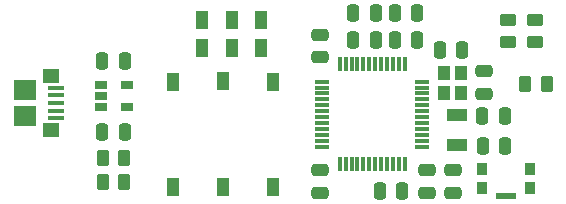
<source format=gbr>
%TF.GenerationSoftware,KiCad,Pcbnew,(6.0.6)*%
%TF.CreationDate,2022-07-30T22:38:46-07:00*%
%TF.ProjectId,ManySegDisplayController,4d616e79-5365-4674-9469-73706c617943,rev?*%
%TF.SameCoordinates,Original*%
%TF.FileFunction,Paste,Top*%
%TF.FilePolarity,Positive*%
%FSLAX46Y46*%
G04 Gerber Fmt 4.6, Leading zero omitted, Abs format (unit mm)*
G04 Created by KiCad (PCBNEW (6.0.6)) date 2022-07-30 22:38:46*
%MOMM*%
%LPD*%
G01*
G04 APERTURE LIST*
G04 Aperture macros list*
%AMRoundRect*
0 Rectangle with rounded corners*
0 $1 Rounding radius*
0 $2 $3 $4 $5 $6 $7 $8 $9 X,Y pos of 4 corners*
0 Add a 4 corners polygon primitive as box body*
4,1,4,$2,$3,$4,$5,$6,$7,$8,$9,$2,$3,0*
0 Add four circle primitives for the rounded corners*
1,1,$1+$1,$2,$3*
1,1,$1+$1,$4,$5*
1,1,$1+$1,$6,$7*
1,1,$1+$1,$8,$9*
0 Add four rect primitives between the rounded corners*
20,1,$1+$1,$2,$3,$4,$5,0*
20,1,$1+$1,$4,$5,$6,$7,0*
20,1,$1+$1,$6,$7,$8,$9,0*
20,1,$1+$1,$8,$9,$2,$3,0*%
G04 Aperture macros list end*
%ADD10RoundRect,0.250000X-0.250000X-0.475000X0.250000X-0.475000X0.250000X0.475000X-0.250000X0.475000X0*%
%ADD11R,1.400000X0.400000*%
%ADD12R,1.900000X1.750000*%
%ADD13R,1.450000X1.150000*%
%ADD14R,1.000000X1.600000*%
%ADD15R,1.100000X1.500000*%
%ADD16R,1.060000X0.650000*%
%ADD17RoundRect,0.250000X-0.262500X-0.450000X0.262500X-0.450000X0.262500X0.450000X-0.262500X0.450000X0*%
%ADD18R,0.900000X1.000000*%
%ADD19R,1.700000X0.550000*%
%ADD20RoundRect,0.250000X0.475000X-0.250000X0.475000X0.250000X-0.475000X0.250000X-0.475000X-0.250000X0*%
%ADD21RoundRect,0.250000X-0.475000X0.250000X-0.475000X-0.250000X0.475000X-0.250000X0.475000X0.250000X0*%
%ADD22RoundRect,0.250000X0.250000X0.475000X-0.250000X0.475000X-0.250000X-0.475000X0.250000X-0.475000X0*%
%ADD23R,1.193800X0.304800*%
%ADD24R,0.304800X1.193800*%
%ADD25R,1.000000X1.150000*%
%ADD26RoundRect,0.250000X0.450000X-0.262500X0.450000X0.262500X-0.450000X0.262500X-0.450000X-0.262500X0*%
%ADD27R,1.800000X1.000000*%
G04 APERTURE END LIST*
D10*
%TO.C,C20*%
X130800000Y-77750000D03*
X132700000Y-77750000D03*
%TD*%
%TO.C,C21*%
X130800000Y-71750000D03*
X132700000Y-71750000D03*
%TD*%
D11*
%TO.C,J10*%
X126880000Y-74040000D03*
X126880000Y-74690000D03*
X126880000Y-75340000D03*
X126880000Y-75990000D03*
X126880000Y-76640000D03*
D12*
X124230000Y-74215000D03*
D13*
X126460000Y-77660000D03*
X126460000Y-73020000D03*
D12*
X124230000Y-76465000D03*
%TD*%
D14*
%TO.C,SW2*%
X144250000Y-68300000D03*
X141750000Y-68300000D03*
X139250000Y-68300000D03*
X144250000Y-70700000D03*
X141750000Y-70700000D03*
X139250000Y-70700000D03*
%TD*%
D15*
%TO.C,SW10*%
X145250000Y-73550000D03*
X145250000Y-82450000D03*
%TD*%
%TO.C,SW11*%
X140990000Y-73510000D03*
X140990000Y-82410000D03*
%TD*%
%TO.C,SW12*%
X136750000Y-73540000D03*
X136750000Y-82440000D03*
%TD*%
D16*
%TO.C,U10*%
X130650000Y-73800000D03*
X130650000Y-74750000D03*
X130650000Y-75700000D03*
X132850000Y-75700000D03*
X132850000Y-73800000D03*
%TD*%
D17*
%TO.C,R1*%
X130837500Y-80000000D03*
X132662500Y-80000000D03*
%TD*%
%TO.C,R2*%
X130837500Y-82000000D03*
X132662500Y-82000000D03*
%TD*%
D18*
%TO.C,SW1*%
X162950000Y-82550000D03*
X167050000Y-82550000D03*
X167050000Y-80950000D03*
X162950000Y-80950000D03*
D19*
X165000000Y-83175000D03*
%TD*%
D10*
%TO.C,C1*%
X162990000Y-78950000D03*
X164890000Y-78950000D03*
%TD*%
D20*
%TO.C,C4*%
X163100000Y-74560000D03*
X163100000Y-72660000D03*
%TD*%
%TO.C,C13*%
X149250000Y-82950000D03*
X149250000Y-81050000D03*
%TD*%
D21*
%TO.C,C11*%
X158250000Y-81050000D03*
X158250000Y-82950000D03*
%TD*%
D20*
%TO.C,C12*%
X149250000Y-71450000D03*
X149250000Y-69550000D03*
%TD*%
D10*
%TO.C,C15*%
X152050000Y-70000000D03*
X153950000Y-70000000D03*
%TD*%
D22*
%TO.C,C16*%
X157450000Y-67750000D03*
X155550000Y-67750000D03*
%TD*%
%TO.C,C10*%
X156200000Y-82750000D03*
X154300000Y-82750000D03*
%TD*%
D10*
%TO.C,C17*%
X152050000Y-67750000D03*
X153950000Y-67750000D03*
%TD*%
D21*
%TO.C,C30*%
X160500000Y-81050000D03*
X160500000Y-82950000D03*
%TD*%
D22*
%TO.C,C2*%
X164880000Y-76410000D03*
X162980000Y-76410000D03*
%TD*%
D10*
%TO.C,C3*%
X159350000Y-70820000D03*
X161250000Y-70820000D03*
%TD*%
D22*
%TO.C,C14*%
X157450000Y-70000000D03*
X155550000Y-70000000D03*
%TD*%
D23*
%TO.C,U1*%
X157899999Y-79030000D03*
X157899999Y-78530001D03*
X157899999Y-78029999D03*
X157899999Y-77530000D03*
X157899999Y-77030001D03*
X157899999Y-76530000D03*
X157899999Y-76030000D03*
X157899999Y-75529999D03*
X157899999Y-75030000D03*
X157899999Y-74530001D03*
X157899999Y-74029999D03*
X157899999Y-73530000D03*
D24*
X156400000Y-72030001D03*
X155900001Y-72030001D03*
X155399999Y-72030001D03*
X154900000Y-72030001D03*
X154400001Y-72030001D03*
X153900000Y-72030001D03*
X153400000Y-72030001D03*
X152899999Y-72030001D03*
X152400000Y-72030001D03*
X151900001Y-72030001D03*
X151399999Y-72030001D03*
X150900000Y-72030001D03*
D23*
X149400001Y-73530000D03*
X149400001Y-74029999D03*
X149400001Y-74530001D03*
X149400001Y-75030000D03*
X149400001Y-75529999D03*
X149400001Y-76030000D03*
X149400001Y-76530000D03*
X149400001Y-77030001D03*
X149400001Y-77530000D03*
X149400001Y-78029999D03*
X149400001Y-78530001D03*
X149400001Y-79030000D03*
D24*
X150900000Y-80529999D03*
X151399999Y-80529999D03*
X151900001Y-80529999D03*
X152400000Y-80529999D03*
X152899999Y-80529999D03*
X153400000Y-80529999D03*
X153900000Y-80529999D03*
X154400001Y-80529999D03*
X154900000Y-80529999D03*
X155399999Y-80529999D03*
X155900001Y-80529999D03*
X156400000Y-80529999D03*
%TD*%
D25*
%TO.C,Y2*%
X159760000Y-72755000D03*
X159760000Y-74505000D03*
X161160000Y-74505000D03*
X161160000Y-72755000D03*
%TD*%
D17*
%TO.C,R10*%
X166587500Y-73750000D03*
X168412500Y-73750000D03*
%TD*%
D26*
%TO.C,R20*%
X167470000Y-70132500D03*
X167470000Y-68307500D03*
%TD*%
%TO.C,R21*%
X165170000Y-70172500D03*
X165170000Y-68347500D03*
%TD*%
D27*
%TO.C,Y1*%
X160810000Y-78850000D03*
X160810000Y-76350000D03*
%TD*%
M02*

</source>
